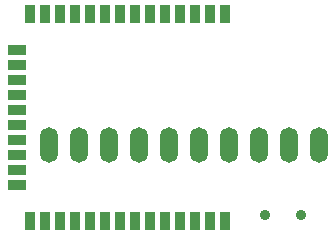
<source format=gbr>
%TF.GenerationSoftware,KiCad,Pcbnew,7.0.2*%
%TF.CreationDate,2023-05-14T05:20:11+02:00*%
%TF.ProjectId,marauder_mini_pcb,6d617261-7564-4657-925f-6d696e695f70,rev?*%
%TF.SameCoordinates,Original*%
%TF.FileFunction,Soldermask,Top*%
%TF.FilePolarity,Negative*%
%FSLAX46Y46*%
G04 Gerber Fmt 4.6, Leading zero omitted, Abs format (unit mm)*
G04 Created by KiCad (PCBNEW 7.0.2) date 2023-05-14 05:20:11*
%MOMM*%
%LPD*%
G01*
G04 APERTURE LIST*
%ADD10R,0.900000X1.500000*%
%ADD11R,1.500000X0.900000*%
%ADD12O,1.500000X3.000000*%
%ADD13C,0.900000*%
G04 APERTURE END LIST*
D10*
%TO.C,U1*%
X79210000Y-51200000D03*
X77940000Y-51200000D03*
X76670000Y-51200000D03*
X75400000Y-51200000D03*
X74130000Y-51200000D03*
X72860000Y-51200000D03*
X71590000Y-51200000D03*
X70320000Y-51200000D03*
X69050000Y-51200000D03*
X67780000Y-51200000D03*
X66510000Y-51200000D03*
X65240000Y-51200000D03*
X63970000Y-51200000D03*
X62700000Y-51200000D03*
D11*
X61605000Y-54235000D03*
X61605000Y-55505000D03*
X61605000Y-56775000D03*
X61605000Y-58045000D03*
X61605000Y-59315000D03*
X61605000Y-60585000D03*
X61605000Y-61855000D03*
X61605000Y-63125000D03*
X61605000Y-64395000D03*
X61605000Y-65665000D03*
D10*
X62700000Y-68700000D03*
X63970000Y-68700000D03*
X65240000Y-68700000D03*
X66510000Y-68700000D03*
X67780000Y-68700000D03*
X69050000Y-68700000D03*
X70320000Y-68700000D03*
X71590000Y-68700000D03*
X72860000Y-68700000D03*
X74130000Y-68700000D03*
X75400000Y-68700000D03*
X76670000Y-68700000D03*
X77940000Y-68700000D03*
X79210000Y-68700000D03*
%TD*%
D12*
%TO.C,J1*%
X87180000Y-62300000D03*
X84640000Y-62300000D03*
X82100000Y-62300000D03*
X79560000Y-62300000D03*
X77020000Y-62300000D03*
X74480000Y-62300000D03*
X71940000Y-62300000D03*
X69400000Y-62300000D03*
X66860000Y-62300000D03*
X64320000Y-62300000D03*
%TD*%
D13*
%TO.C,SW1*%
X85650000Y-68210000D03*
X82650000Y-68210000D03*
%TD*%
M02*

</source>
